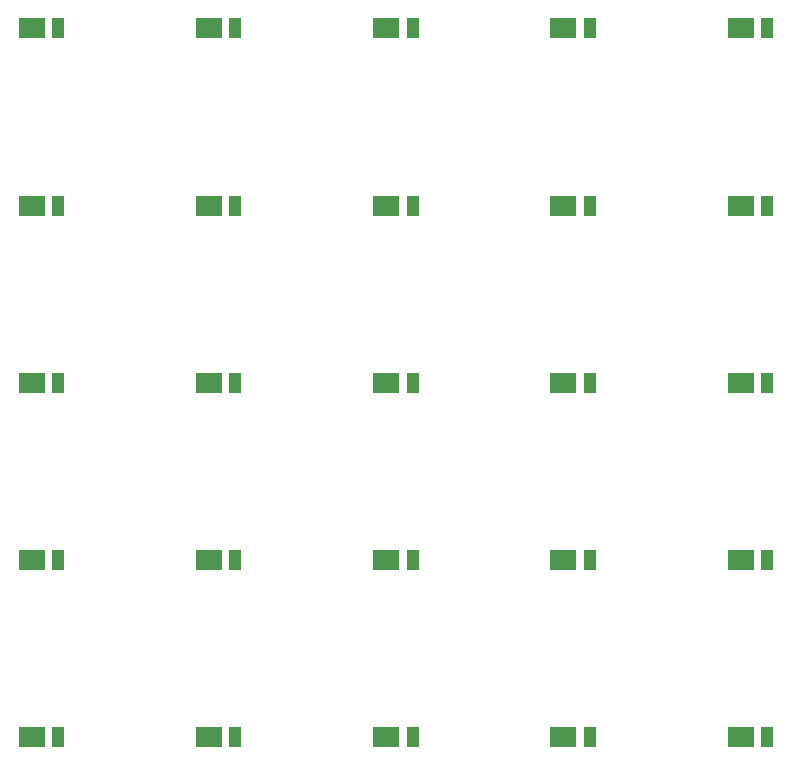
<source format=gtp>
G04 #@! TF.GenerationSoftware,KiCad,Pcbnew,7.0.9*
G04 #@! TF.CreationDate,2024-01-01T14:08:29+01:00*
G04 #@! TF.ProjectId,LEDPcb,4c454450-6362-42e6-9b69-6361645f7063,rev?*
G04 #@! TF.SameCoordinates,Original*
G04 #@! TF.FileFunction,Paste,Top*
G04 #@! TF.FilePolarity,Positive*
%FSLAX46Y46*%
G04 Gerber Fmt 4.6, Leading zero omitted, Abs format (unit mm)*
G04 Created by KiCad (PCBNEW 7.0.9) date 2024-01-01 14:08:29*
%MOMM*%
%LPD*%
G01*
G04 APERTURE LIST*
%ADD10R,2.200000X1.800000*%
%ADD11R,1.100000X1.800000*%
G04 APERTURE END LIST*
D10*
X136605000Y-112550000D03*
D11*
X138845000Y-112550000D03*
D10*
X136605000Y-52550000D03*
D11*
X138845000Y-52550000D03*
D10*
X166605000Y-82550000D03*
D11*
X168845000Y-82550000D03*
D10*
X151605000Y-52550000D03*
D11*
X153845000Y-52550000D03*
D10*
X106605000Y-82550000D03*
D11*
X108845000Y-82550000D03*
D10*
X166605000Y-67550000D03*
D11*
X168845000Y-67550000D03*
D10*
X121605000Y-97550000D03*
D11*
X123845000Y-97550000D03*
D10*
X136605000Y-67550000D03*
D11*
X138845000Y-67550000D03*
D10*
X121605000Y-112550000D03*
D11*
X123845000Y-112550000D03*
D10*
X106605000Y-112550000D03*
D11*
X108845000Y-112550000D03*
D10*
X121605000Y-52550000D03*
D11*
X123845000Y-52550000D03*
D10*
X151605000Y-112550000D03*
D11*
X153845000Y-112550000D03*
D10*
X106605000Y-97550000D03*
D11*
X108845000Y-97550000D03*
D10*
X106605000Y-67550000D03*
D11*
X108845000Y-67550000D03*
D10*
X151605000Y-82550000D03*
D11*
X153845000Y-82550000D03*
D10*
X166605000Y-52550000D03*
D11*
X168845000Y-52550000D03*
D10*
X121605000Y-67550000D03*
D11*
X123845000Y-67550000D03*
D10*
X151605000Y-67550000D03*
D11*
X153845000Y-67550000D03*
D10*
X166605000Y-112550000D03*
D11*
X168845000Y-112550000D03*
D10*
X166605000Y-97550000D03*
D11*
X168845000Y-97550000D03*
D10*
X121605000Y-82550000D03*
D11*
X123845000Y-82550000D03*
D10*
X136605000Y-97550000D03*
D11*
X138845000Y-97550000D03*
D10*
X136605000Y-82550000D03*
D11*
X138845000Y-82550000D03*
D10*
X106605000Y-52550000D03*
D11*
X108845000Y-52550000D03*
D10*
X151605000Y-97550000D03*
D11*
X153845000Y-97550000D03*
M02*

</source>
